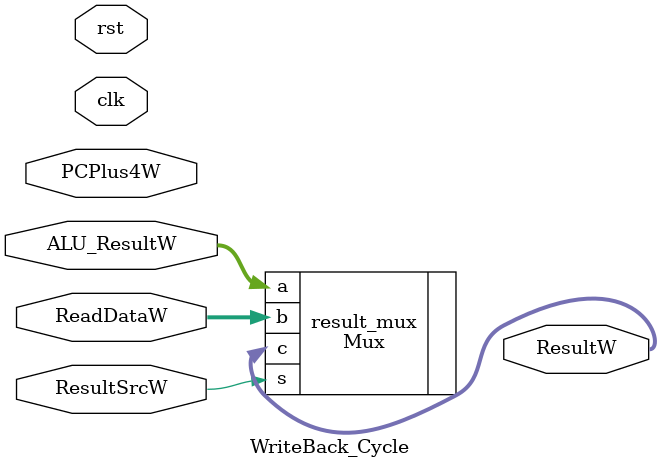
<source format=v>

module WriteBack_Cycle(clk,rst,ResultSrcW,PCPlus4W,ALU_ResultW,ReadDataW,ResultW);


input clk,rst,ResultSrcW;
input [31:0]PCPlus4W,ALU_ResultW,ReadDataW;

output [31:0] ResultW;

Mux result_mux(
              .a(ALU_ResultW),
              .b(ReadDataW),
              .s(ResultSrcW),
              .c(ResultW)
              );
    
endmodule

</source>
